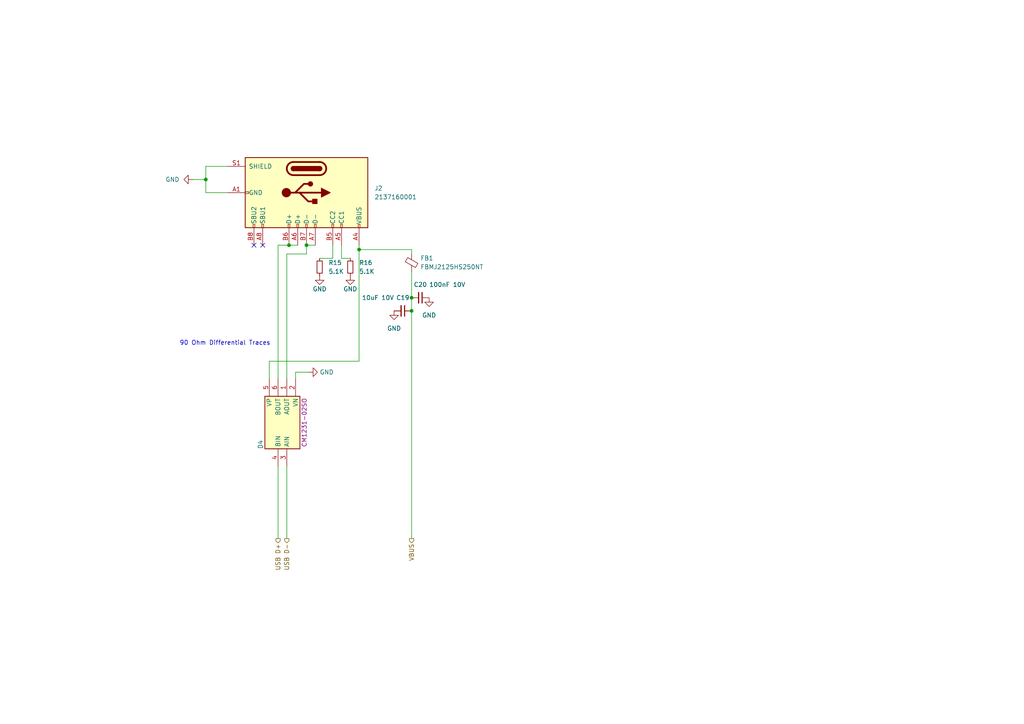
<source format=kicad_sch>
(kicad_sch (version 20211123) (generator eeschema)
  (paper "A4")
  (lib_symbols
    (symbol "Circuit_Protections:PRO-000069-00"
      (property "Reference" "D" (at 0 5.08 0))
      (property "Part Number" "CM1231-02SO" (at 0 -7.62 0))
      (property "Standoff Voltage" "5V" (at 0 -10.16 0))
      (symbol "PRO-000069-00_1_1"
        (rectangle (start -7.62 3.81) (end 7.62 -6.35) (stroke (width 0.254)) (fill (type background)))
        (pin passive line (at -12.7 -2.54 0) (length 5.08) (name "AOUT") (number "1"))
        (pin passive line (at -12.7 -5.08 0) (length 5.08) (name "VN") (number "2"))
        (pin passive line (at 12.7 -2.54 180) (length 5.08) (name "AIN") (number "3"))
        (pin passive line (at 12.7 0 180) (length 5.08) (name "BIN") (number "4"))
        (pin passive line (at -12.7 2.54 0) (length 5.08) (name "VP") (number "5"))
        (pin passive line (at -12.7 0 0) (length 5.08) (name "BOUT") (number "6"))
      )
    )
    (symbol "Device:C_Small" (pin_numbers hide) (pin_names (offset 0.254) hide)
      (property "Reference" "C" (at 0.254 1.778 0))
      (property "Value" "C_Small" (at 0.254 -2.032 0))
      (symbol "C_Small_0_1"
        (polyline (pts (xy -1.524 -0.508) (xy 1.524 -0.508)) (stroke (width 0.3302)))
        (polyline (pts (xy -1.524 0.508) (xy 1.524 0.508)) (stroke (width 0.3048)))
      )
      (symbol "C_Small_1_1"
        (pin passive line (at 0 2.54 270) (length 2.032) (name "~") (number "1"))
        (pin passive line (at 0 -2.54 90) (length 2.032) (name "~") (number "2"))
      )
    )
    (symbol "Device:FerriteBead_Small" (pin_numbers hide) (pin_names (offset 0))
      (property "Reference" "FB" (at 1.905 1.27 0))
      (property "Value" "FerriteBead_Small" (at 1.905 -1.27 0))
      (symbol "FerriteBead_Small_0_1"
        (polyline (pts (xy 0 -1.27) (xy 0 -0.7874)))
        (polyline (pts (xy 0 0.889) (xy 0 1.2954)))
        (polyline (pts (xy -1.8288 0.2794) (xy -1.1176 1.4986) (xy 1.8288 -0.2032) (xy 1.1176 -1.4224) (xy -1.8288 0.2794)))
      )
      (symbol "FerriteBead_Small_1_1"
        (pin passive line (at 0 2.54 270) (length 1.27) (name "~") (number "1"))
        (pin passive line (at 0 -2.54 90) (length 1.27) (name "~") (number "2"))
      )
    )
    (symbol "Device:R_Small" (pin_numbers hide) (pin_names (offset 0.254) hide)
      (property "Reference" "R" (at 0.762 0.508 0))
      (property "Value" "R_Small" (at 0.762 -1.016 0))
      (symbol "R_Small_0_1"
        (rectangle (start -0.762 1.778) (end 0.762 -1.778) (stroke (width 0.2032)))
      )
      (symbol "R_Small_1_1"
        (pin passive line (at 0 2.54 270) (length 0.762) (name "~") (number "1"))
        (pin passive line (at 0 -2.54 90) (length 0.762) (name "~") (number "2"))
      )
    )
    (symbol "USB_C_Receptacle_USB2.0_1" (pin_names (offset 1.016))
      (property "Reference" "J" (at -10.16 19.05 0))
      (property "Value" "USB_C_Receptacle_USB2.0_1" (at 19.05 19.05 0))
      (symbol "USB_C_Receptacle_USB2.0_1_0_0"
        (rectangle (start -0.254 -17.78) (end 0.254 -16.764))
        (rectangle (start 10.16 -14.986) (end 9.144 -15.494))
        (rectangle (start 10.16 -12.446) (end 9.144 -12.954))
        (rectangle (start 10.16 -4.826) (end 9.144 -5.334))
        (rectangle (start 10.16 -2.286) (end 9.144 -2.794))
        (rectangle (start 10.16 0.254) (end 9.144 -0.254))
        (rectangle (start 10.16 2.794) (end 9.144 2.286))
        (rectangle (start 10.16 7.874) (end 9.144 7.366))
        (rectangle (start 10.16 10.414) (end 9.144 9.906))
        (rectangle (start 10.16 15.494) (end 9.144 14.986))
      )
      (symbol "USB_C_Receptacle_USB2.0_1_0_1"
        (rectangle (start -10.16 17.78) (end 10.16 -17.78) (stroke (width 0.254)) (fill (type background)))
        (arc (start -8.89 -3.81) (mid -6.985 -5.715) (end -5.08 -3.81) (stroke (width 0.508)))
        (arc (start -7.62 -3.81) (mid -6.985 -4.445) (end -6.35 -3.81) (stroke (width 0.254)))
        (arc (start -7.62 -3.81) (mid -6.985 -4.445) (end -6.35 -3.81) (stroke (width 0.254)) (fill (type outline)))
        (rectangle (start -7.62 -3.81) (end -6.35 3.81) (stroke (width 0.254)) (fill (type outline)))
        (arc (start -6.35 3.81) (mid -6.985 4.445) (end -7.62 3.81) (stroke (width 0.254)))
        (arc (start -6.35 3.81) (mid -6.985 4.445) (end -7.62 3.81) (stroke (width 0.254)) (fill (type outline)))
        (arc (start -5.08 3.81) (mid -6.985 5.715) (end -8.89 3.81) (stroke (width 0.508)))
        (circle (center -2.54 1.143) (radius 0.635) (stroke (width 0.254)) (fill (type outline)))
        (circle (center 0 -5.842) (radius 1.27) (fill (type outline)))
        (polyline (pts (xy -8.89 -3.81) (xy -8.89 3.81)) (stroke (width 0.508)))
        (polyline (pts (xy -5.08 3.81) (xy -5.08 -3.81)) (stroke (width 0.508)))
        (polyline (pts (xy 0 -5.842) (xy 0 4.318)) (stroke (width 0.508)))
        (polyline (pts (xy 0 -3.302) (xy -2.54 -0.762) (xy -2.54 0.508)) (stroke (width 0.508)))
        (polyline (pts (xy 0 -2.032) (xy 2.54 0.508) (xy 2.54 1.778)) (stroke (width 0.508)))
        (polyline (pts (xy -1.27 4.318) (xy 0 6.858) (xy 1.27 4.318) (xy -1.27 4.318)) (stroke (width 0.254)) (fill (type outline)))
        (rectangle (start 1.905 1.778) (end 3.175 3.048) (stroke (width 0.254)) (fill (type outline)))
      )
      (symbol "USB_C_Receptacle_USB2.0_1_1_1"
        (pin passive line (at 0 -22.86 90) (length 5.08) (name "GND") (number "A1"))
        (pin passive line (at 0 -22.86 90) (length 5.08) hide (name "GND") (number "A12"))
        (pin passive line (at 15.24 15.24 180) (length 5.08) (name "VBUS") (number "A4"))
        (pin bidirectional line (at 15.24 10.16 180) (length 5.08) (name "CC1") (number "A5"))
        (pin bidirectional line (at 15.24 -2.54 180) (length 5.08) (name "D+") (number "A6"))
        (pin bidirectional line (at 15.24 2.54 180) (length 5.08) (name "D-") (number "A7"))
        (pin bidirectional line (at 15.24 -12.7 180) (length 5.08) (name "SBU1") (number "A8"))
        (pin passive line (at 15.24 15.24 180) (length 5.08) hide (name "VBUS") (number "A9"))
        (pin passive line (at 0 -22.86 90) (length 5.08) hide (name "GND") (number "B1"))
        (pin passive line (at 0 -22.86 90) (length 5.08) hide (name "GND") (number "B12"))
        (pin passive line (at 15.24 15.24 180) (length 5.08) hide (name "VBUS") (number "B4"))
        (pin bidirectional line (at 15.24 7.62 180) (length 5.08) (name "CC2") (number "B5"))
        (pin bidirectional line (at 15.24 -5.08 180) (length 5.08) (name "D+") (number "B6"))
        (pin bidirectional line (at 15.24 0 180) (length 5.08) (name "D-") (number "B7"))
        (pin bidirectional line (at 15.24 -15.24 180) (length 5.08) (name "SBU2") (number "B8"))
        (pin passive line (at 15.24 15.24 180) (length 5.08) hide (name "VBUS") (number "B9"))
        (pin passive line (at -7.62 -22.86 90) (length 5.08) (name "SHIELD") (number "S1"))
      )
    )
    (symbol "power:GND" (power) (pin_names (offset 0))
      (property "Value" "GND" (at 0 -3.81 0))
      (symbol "GND_0_1"
        (polyline (pts (xy 0 0) (xy 0 -1.27) (xy 1.27 -1.27) (xy 0 -2.54) (xy -1.27 -1.27) (xy 0 -1.27)))
      )
      (symbol "GND_1_1"
        (pin power_in line (at 0 0 270) (length 0) hide (name "GND") (number "1"))
      )
    )
  )
  (junction (at 88.9 71.12))
  (junction (at 119.38 90.17))
  (junction (at 104.14 72.39))
  (junction (at 59.69 52.07))
  (junction (at 119.38 86.36))
  (junction (at 83.82 71.12))
  (no_connect (at 73.66 71.12))
  (no_connect (at 76.2 71.12))
  (wire (pts (xy 59.69 52.07) (xy 59.69 55.88)))
  (wire (pts (xy 89.535 107.95) (xy 85.725 107.95)))
  (wire (pts (xy 55.88 52.07) (xy 59.69 52.07)))
  (wire (pts (xy 99.06 71.12) (xy 99.06 74.93)))
  (wire (pts (xy 104.14 71.12) (xy 104.14 72.39)))
  (wire (pts (xy 66.04 48.26) (xy 59.69 48.26)))
  (wire (pts (xy 119.38 78.74) (xy 119.38 86.36)))
  (wire (pts (xy 119.38 86.36) (xy 119.38 90.17)))
  (wire (pts (xy 99.06 74.93) (xy 101.6 74.93)))
  (wire (pts (xy 85.725 109.855) (xy 85.725 107.95)))
  (wire (pts (xy 104.14 72.39) (xy 119.38 72.39)))
  (wire (pts (xy 88.9 71.12) (xy 91.44 71.12)))
  (wire (pts (xy 83.185 135.255) (xy 83.185 156.21)))
  (wire (pts (xy 119.38 90.17) (xy 119.38 156.21)))
  (wire (pts (xy 83.185 73.66) (xy 88.9 73.66)))
  (wire (pts (xy 104.14 72.39) (xy 104.14 104.775)))
  (wire (pts (xy 83.82 71.12) (xy 80.645 71.12)))
  (wire (pts (xy 83.82 71.12) (xy 86.36 71.12)))
  (wire (pts (xy 119.38 72.39) (xy 119.38 73.66)))
  (wire (pts (xy 59.69 55.88) (xy 66.04 55.88)))
  (wire (pts (xy 80.645 71.12) (xy 80.645 109.855)))
  (wire (pts (xy 96.52 71.12) (xy 96.52 74.93)))
  (wire (pts (xy 78.105 104.775) (xy 104.14 104.775)))
  (wire (pts (xy 59.69 48.26) (xy 59.69 52.07)))
  (wire (pts (xy 96.52 74.93) (xy 92.71 74.93)))
  (wire (pts (xy 80.645 135.255) (xy 80.645 156.21)))
  (wire (pts (xy 78.105 104.775) (xy 78.105 109.855)))
  (wire (pts (xy 83.185 109.855) (xy 83.185 73.66)))
  (wire (pts (xy 88.9 71.12) (xy 88.9 73.66)))
  (text "90 Ohm Differential Traces" (at 52.07 100.33 0) (effects (font (size 1.27 1.27)) (justify left bottom)))
  (hierarchical_label "VBUS" (shape output) (at 119.38 156.21 270))
  (hierarchical_label "USB D+" (shape output) (at 80.645 156.21 270))
  (hierarchical_label "USB D-" (shape output) (at 83.185 156.21 270))
  (symbol (lib_id "Device:C_Small") (at 116.84 90.17 270) (unit 1)
    (property "Reference" "C19" (at 116.84 86.36 90))
    (property "Value" "10uF 10V" (at 114.3 86.36 90) (effects (justify right)))
    (property "Footprint" "Capacitor_SMD:C_0603_1608Metric" (effects hide))
    (property "DIGIKEY" "0603ZD106KAT2A" (effects hide))
  )
  (symbol (lib_id "power:GND") (at 89.535 107.95 90) (unit 1)
    (property "Reference" "#PWR037" (effects hide))
    (property "Value" "GND" (at 92.71 107.9501 90) (effects (justify right)))
  )
  (symbol (lib_name "USB_C_Receptacle_USB2.0_1") (lib_id "Connector:USB_C_Receptacle_USB2.0") (at 88.9 55.88 270) (unit 1)
    (property "Reference" "J2" (at 108.585 54.6099 90) (effects (justify left)))
    (property "Value" "2137160001" (at 108.585 57.1499 90) (effects (justify left)))
    (property "Footprint" "Connector_USB:USB_C_Receptacle_JAE_DX07S016JA1R1500" (effects hide))
    (property "Datasheet" "https://www.usb.org/sites/default/files/documents/usb_type-c.zip" (effects hide))
    (property "DIGIKEY" "2137160001" (effects hide))
  )
  (symbol (lib_id "Device:R_Small") (at 92.71 77.47 0) (mirror y) (unit 1)
    (property "Reference" "R15" (at 95.25 76.1999 0) (effects (justify right)))
    (property "Value" "5.1K" (at 95.25 78.7399 0) (effects (justify right)))
    (property "Footprint" "Resistor_SMD:R_0603_1608Metric" (effects hide))
    (property "DIGIKEY" "RMCF0603JT5K10" (effects hide))
  )
  (symbol (lib_id "power:GND") (at 124.46 86.36 0) (unit 1)
    (property "Reference" "#PWR041" (effects hide))
    (property "Value" "GND" (at 124.46 91.44 0))
  )
  (symbol (lib_id "power:GND") (at 55.88 52.07 270) (unit 1)
    (property "Reference" "#PWR036" (effects hide))
    (property "Value" "GND" (at 52.07 52.0699 90) (effects (justify right)))
  )
  (symbol (lib_id "power:GND") (at 101.6 80.01 0) (unit 1)
    (property "Reference" "#PWR039" (effects hide))
    (property "Value" "GND" (at 101.6 83.82 0))
  )
  (symbol (lib_id "power:GND") (at 114.3 90.17 0) (unit 1)
    (property "Reference" "#PWR040" (effects hide))
    (property "Value" "GND" (at 114.3 95.25 0))
  )
  (symbol (lib_id "Device:FerriteBead_Small") (at 119.38 76.2 0) (unit 1)
    (property "Reference" "FB1" (at 121.92 74.8918 0) (effects (justify left)))
    (property "Value" "FBMJ2125HS250NT" (at 121.92 77.4318 0) (effects (justify left)))
    (property "Footprint" "Inductor_SMD:L_0805_2012Metric" (effects hide))
    (property "DIGIKEY" "FBMJ2125HS250NT" (effects hide))
  )
  (symbol (lib_id "Device:R_Small") (at 101.6 77.47 0) (unit 1)
    (property "Reference" "R16" (at 104.14 76.1999 0) (effects (justify left)))
    (property "Value" "5.1K" (at 104.14 78.7399 0) (effects (justify left)))
    (property "Footprint" "Resistor_SMD:R_0603_1608Metric" (effects hide))
    (property "DIGIKEY" "RMCF0603JT5K10" (effects hide))
  )
  (symbol (lib_id "Device:C_Small") (at 121.92 86.36 270) (unit 1)
    (property "Reference" "C20" (at 121.92 82.55 90))
    (property "Value" "100nF 10V" (at 124.46 82.55 90) (effects (justify left)))
    (property "Footprint" "Capacitor_SMD:C_0603_1608Metric" (effects hide))
    (property "DIGIKEY" "CL10B104KB8NNWC" (effects hide))
  )
  (symbol (lib_id "power:GND") (at 92.71 80.01 0) (unit 1)
    (property "Reference" "#PWR038" (effects hide))
    (property "Value" "GND" (at 92.71 83.82 0))
  )
  (symbol (lib_id "Circuit_Protections:PRO-000069-00") (at 80.645 122.555 90) (mirror x) (unit 1)
    (property "Reference" "D4" (at 75.565 128.905 0))
    (property "Value" "CM1231-02SO" (effects hide))
    (property "Footprint" "CM1231-02SO:CM1231-02SO" (effects hide))
    (property "Datasheet" "http://elec.sparkmicro.ca/part/PRO-000069-00/" (effects hide))
    (property "Manufacturer" "ON Semiconductor" (effects hide))
    (property "Manufacturer Part Number" "CM1231-02SO" (effects hide))
    (property "Part Number" "CM1231-02SO" (at 88.265 122.555 0))
    (property "Standoff Voltage" "5V" (effects hide))
    (property "Breakdown Voltage" "-" (effects hide))
    (property "Peak Power (Watts)" "-" (effects hide))
    (property "DIGIKEY" "CM1231-02SO" (effects hide))
  )
)
</source>
